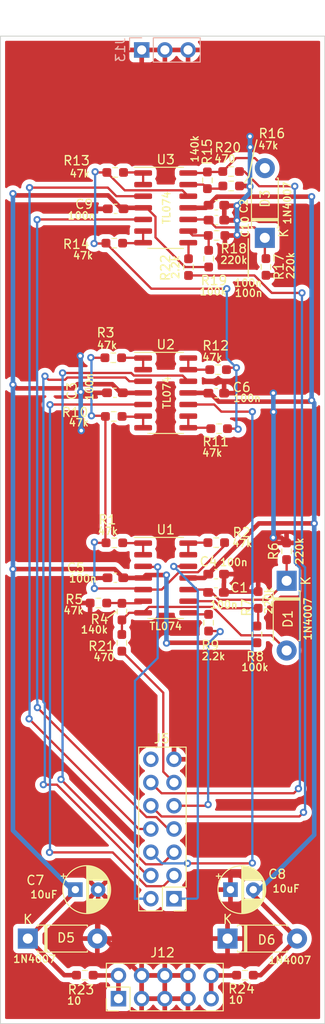
<source format=kicad_pcb>
(kicad_pcb (version 20211014) (generator pcbnew)
  (layers (0 "F.Cu" signal) (31 "B.Cu" signal) (34 "B.Paste" user) (35 "F.Paste" user) (36 "B.SilkS" user "B.Silkscreen") (37 "F.SilkS" user "F.Silkscreen") (38 "B.Mask" user) (39 "F.Mask" user) (44 "Edge.Cuts" user))
  (net 0 "")
  (net 1 "Net-(C1-Pad1)")
  (net 2 "GND")
  (net 3 "Net-(C2-Pad1)")
  (net 4 "+12V")
  (net 5 "-12V")
  (net 6 "Net-(D1-Pad2)")
  (net 7 "/LEDA")
  (net 8 "Net-(D3-Pad2)")
  (net 9 "/LEDB")
  (net 10 "/OUT_A")
  (net 11 "/IN_A2")
  (net 12 "/IN_A1")
  (net 13 "/IN_A4")
  (net 14 "/IN_A3")
  (net 15 "/IN_B2")
  (net 16 "/IN_B1")
  (net 17 "/IN_B4")
  (net 18 "/IN_B3")
  (net 19 "/OUT_B")
  (net 20 "Net-(R1-Pad1)")
  (net 21 "Net-(R1-Pad2)")
  (net 22 "Net-(R2-Pad1)")
  (net 23 "Net-(R3-Pad1)")
  (net 24 "Net-(R4-Pad1)")
  (net 25 "Net-(R7-Pad2)")
  (net 26 "Net-(R9-Pad1)")
  (net 27 "Net-(R10-Pad1)")
  (net 28 "Net-(R11-Pad1)")
  (net 29 "Net-(R11-Pad2)")
  (net 30 "Net-(R12-Pad1)")
  (net 31 "Net-(R13-Pad1)")
  (net 32 "Net-(R14-Pad1)")
  (net 33 "Net-(R15-Pad1)")
  (net 34 "Net-(R18-Pad2)")
  (net 35 "Net-(R22-Pad1)")
  (net 36 "Net-(J12-Pad1)")
  (net 37 "Net-(J12-Pad10)")
  (footprint "Resistor_SMD:R_0603_1608Metric_Pad0.98x0.95mm_HandSolder" (layer "F.Cu") (at 88.1 53.95)
    (fp_text reference "R20")
    (fp_text value "470")
  )
  (footprint "Resistor_SMD:R_0603_1608Metric_Pad0.98x0.95mm_HandSolder" (layer "F.Cu") (at 75.23 80.72 180)
    (fp_text reference "R10")
    (fp_text value "47k")
  )
  (footprint "Capacitor_THT:CP_Radial_D5.0mm_P2.50mm" (layer "F.Cu") (at 71.02 132.45)
    (fp_text reference "C7")
    (fp_text value "10uF")
  )
  (footprint "Diode_THT:D_DO-41_SOD81_P7.62mm_Horizontal" (layer "F.Cu") (at 94.19 98.69 -90)
    (fp_text reference "D1")
    (fp_text value "1N4007")
  )
  (footprint "Resistor_SMD:R_0603_1608Metric_Pad0.98x0.95mm_HandSolder" (layer "F.Cu") (at 88.11 55.53 180)
    (fp_text reference "R16")
    (fp_text value "47k")
  )
  (footprint "Capacitor_THT:CP_Radial_D5.0mm_P2.50mm" (layer "F.Cu") (at 88.03 132.45)
    (fp_text reference "C8")
    (fp_text value "10uF")
  )
  (footprint "Capacitor_SMD:C_0603_1608Metric_Pad1.08x0.95mm_HandSolder" (layer "F.Cu") (at 75.41 98.36 180)
    (fp_text reference "C5")
    (fp_text value "100n")
  )
  (footprint "Capacitor_SMD:C_0603_1608Metric_Pad1.08x0.95mm_HandSolder" (layer "F.Cu") (at 86.47 78.18 180)
    (fp_text reference "C6")
    (fp_text value "100n")
  )
  (footprint "Resistor_SMD:R_0603_1608Metric_Pad0.98x0.95mm_HandSolder" (layer "F.Cu") (at 85.63 103.27 -90)
    (fp_text reference "R9")
    (fp_text value "2.2k")
  )
  (footprint "Diode_THT:D_DO-41_SOD81_P7.62mm_Horizontal" (layer "F.Cu") (at 91.8 61.2 90)
    (fp_text reference "D3")
    (fp_text value "1N4007")
  )
  (footprint "Resistor_SMD:R_0603_1608Metric_Pad0.98x0.95mm_HandSolder" (layer "F.Cu") (at 83.43 64.4 -90)
    (fp_text reference "R22")
    (fp_text value "2.2k")
  )
  (footprint "Resistor_SMD:R_0603_1608Metric_Pad0.98x0.95mm_HandSolder" (layer "F.Cu") (at 76.12 105.47 -90)
    (fp_text reference "R21")
    (fp_text value "470")
  )
  (footprint "Resistor_SMD:R_0603_1608Metric_Pad0.98x0.95mm_HandSolder" (layer "F.Cu") (at 75.3 94.54 180)
    (fp_text reference "R1")
    (fp_text value "47k")
  )
  (footprint "Resistor_SMD:R_0603_1608Metric_Pad0.98x0.95mm_HandSolder" (layer "F.Cu") (at 89.620225 141.8)
    (fp_text reference "R24")
    (fp_text value "10")
  )
  (footprint "Resistor_SMD:R_0603_1608Metric_Pad0.98x0.95mm_HandSolder" (layer "F.Cu") (at 86.51 60.94 180)
    (fp_text reference "R18")
    (fp_text value "220k")
  )
  (footprint "Connector_PinHeader_2.54mm:PinHeader_2x05_P2.54mm_Vertical" (layer "F.Cu") (at 75.75 144.37 90)
    (fp_text reference "J12")
    (fp_text value "Conn_02x05_Odd_Even")
  )
  (footprint "Resistor_SMD:R_0603_1608Metric_Pad0.98x0.95mm_HandSolder" (layer "F.Cu") (at 72.059775 141.8)
    (fp_text reference "R23")
    (fp_text value "10")
  )
  (footprint "Resistor_SMD:R_0603_1608Metric_Pad0.98x0.95mm_HandSolder" (layer "F.Cu") (at 86.79 82.06)
    (fp_text reference "R11")
    (fp_text value "47k")
  )
  (footprint "Resistor_SMD:R_0603_1608Metric_Pad0.98x0.95mm_HandSolder" (layer "F.Cu") (at 91.92 64.38 -90)
    (fp_text reference "R17")
    (fp_text value "220k")
  )
  (footprint "Resistor_SMD:R_0603_1608Metric_Pad0.98x0.95mm_HandSolder" (layer "F.Cu") (at 76.13 102.06 -90)
    (fp_text reference "R4")
    (fp_text value "140k")
  )
  (footprint "Resistor_SMD:R_0603_1608Metric_Pad0.98x0.95mm_HandSolder" (layer "F.Cu") (at 91.07 100.78 -90)
    (fp_text reference "R7")
    (fp_text value "220k")
  )
  (footprint "Package_SO:SO-14_3.9x8.65mm_P1.27mm" (layer "F.Cu") (at 80.93 78.15)
    (fp_text reference "U2")
    (fp_text value "TL074")
  )
  (footprint "Connector_PinHeader_2.54mm:PinHeader_2x07_P2.54mm_Vertical" (layer "F.Cu") (at 81.84 133.44 180)
    (fp_text reference "J5")
    (fp_text value "Conn_02x07_Odd_Even")
  )
  (footprint "Capacitor_SMD:C_0603_1608Metric_Pad1.08x0.95mm_HandSolder" (layer "F.Cu") (at 86.46 97.96 180)
    (fp_text reference "C4")
    (fp_text value "100n")
  )
  (footprint "Package_SO:SO-14_3.9x8.65mm_P1.27mm" (layer "F.Cu") (at 80.93 57.92)
    (fp_text reference "U3")
    (fp_text value "TL074")
  )
  (footprint "Capacitor_SMD:C_0603_1608Metric_Pad1.08x0.95mm_HandSolder" (layer "F.Cu") (at 86.49 59.26)
    (fp_text reference "C2")
    (fp_text value "100n")
  )
  (footprint "Capacitor_SMD:C_0603_1608Metric_Pad1.08x0.95mm_HandSolder" (layer "F.Cu") (at 75.44 58.03 180)
    (fp_text reference "C9")
    (fp_text value "100n")
  )
  (footprint "Resistor_SMD:R_0603_1608Metric_Pad0.98x0.95mm_HandSolder" (layer "F.Cu") (at 90.94 104.55 90)
    (fp_text reference "R8")
    (fp_text value "100k")
  )
  (footprint "Resistor_SMD:R_0603_1608Metric_Pad0.98x0.95mm_HandSolder" (layer "F.Cu") (at 75.39 54.05 180)
    (fp_text reference "R13")
    (fp_text value "47k")
  )
  (footprint "Package_SO:SO-14_3.9x8.65mm_P1.27mm" (layer "F.Cu") (at 80.93 98.38)
    (fp_text reference "U1")
    (fp_text value "TL074")
  )
  (footprint "Resistor_SMD:R_0603_1608Metric_Pad0.98x0.95mm_HandSolder" (layer "F.Cu") (at 73.55 101.12)
    (fp_text reference "R5")
    (fp_text value "47k")
  )
  (footprint "Resistor_SMD:R_0603_1608Metric_Pad0.98x0.95mm_HandSolder" (layer "F.Cu") (at 75.29 61.78 180)
    (fp_text reference "R14")
    (fp_text value "47k")
  )
  (footprint "Capacitor_SMD:C_0603_1608Metric_Pad1.08x0.95mm_HandSolder" (layer "F.Cu") (at 86.49 57.63 180)
    (fp_text reference "C10")
    (fp_text value "100n")
  )
  (footprint "Resistor_SMD:R_0603_1608Metric_Pad0.98x0.95mm_HandSolder" (layer "F.Cu") (at 75.18 74.31 180)
    (fp_text reference "R3")
    (fp_text value "47k")
  )
  (footprint "Resistor_SMD:R_0603_1608Metric_Pad0.98x0.95mm_HandSolder" (layer "F.Cu") (at 85.64 63.48 90)
    (fp_text reference "R19")
    (fp_text value "100k")
  )
  (footprint "Resistor_SMD:R_0603_1608Metric_Pad0.98x0.95mm_HandSolder" (layer "F.Cu") (at 86.68 75.61)
    (fp_text reference "R12")
    (fp_text value "47k")
  )
  (footprint "Capacitor_SMD:C_0603_1608Metric_Pad1.08x0.95mm_HandSolder" (layer "F.Cu") (at 86.44 99.96)
    (fp_text reference "C1")
    (fp_text value "100n")
  )
  (footprint "Diode_THT:D_DO-41_SOD81_P7.62mm_Horizontal" (layer "F.Cu") (at 87.71 137.8)
    (fp_text reference "D6")
    (fp_text value "1N4007")
  )
  (footprint "Resistor_SMD:R_0603_1608Metric_Pad0.98x0.95mm_HandSolder" (layer "F.Cu") (at 94.18 95.46 90)
    (fp_text reference "R6")
    (fp_text value "220k")
  )
  (footprint "Diode_THT:D_DO-41_SOD81_P7.62mm_Horizontal" (layer "F.Cu") (at 65.81 137.8)
    (fp_text reference "D5")
    (fp_text value "1N4007")
  )
  (footprint "Resistor_SMD:R_0603_1608Metric_Pad0.98x0.95mm_HandSolder" (layer "F.Cu") (at 85.5 54.91 90)
    (fp_text reference "R15")
    (fp_text value "140k")
  )
  (footprint "Resistor_SMD:R_0603_1608Metric_Pad0.98x0.95mm_HandSolder" (layer "F.Cu") (at 86.47 94.52)
    (fp_text reference "R2")
    (fp_text value "47k")
  )
  (footprint "Capacitor_SMD:C_0603_1608Metric_Pad1.08x0.95mm_HandSolder" (layer "F.Cu") (at 75.36 78.14 180)
    (fp_text reference "C3")
    (fp_text value "100n")
  )
  (footprint "Connector_PinHeader_2.54mm:PinHeader_1x03_P2.54mm_Vertical" (layer "B.Cu") (at 78.3 40.660225 -90)
    (fp_text reference "J13")
    (fp_text value "Conn_01x03_Male")
  )
  (gr_line (start 74.57 102.73) (end 75.45 102.09) (layer "F.SilkS") (width 0.15))
  (gr_line (start 90.59 51.81) (end 90.04 54.54) (layer "F.SilkS") (width 0.15))
  (gr_line (start 89.98 61.3) (end 89.98 65.49) (layer "F.SilkS") (width 0.15))
  (gr_line (start 90.04 54.5) (end 89.58 55.18) (layer "F.SilkS") (width 0.15))
  (gr_line (start 90.93 50.5) (end 90.59 51.81) (layer "F.SilkS") (width 0.15))
  (gr_rect (start 62.81 147.1) (end 98.37 39.15) (layer "Edge.Cuts") (width 0.1) (fill none))
  (segment (start 85.2675 99.65) (end 85.5775 99.96) (width 0.25) (layer "F.Cu") (net 1))
  (segment (start 94.19 98.69) (end 92.12 100.76) (width 0.25) (layer "F.Cu") (net 1))
  (segment (start 86.769505 100.76) (end 85.969505 99.96) (width 0.25) (layer "F.Cu") (net 1))
  (segment (start 94.19 96.3825) (end 94.18 96.3725) (width 0.25) (layer "F.Cu") (net 1))
  (segment (start 83.405 99.65) (end 85.2675 99.65) (width 0.25) (layer "F.Cu") (net 1))
  (segment (start 85.969505 99.96) (end 85.5775 99.96) (width 0.25) (layer "F.Cu") (net 1))
  (segment (start 92.12 100.76) (end 86.769505 100.76) (width 0.25) (layer "F.Cu") (net 1))
  (segment (start 94.19 98.69) (end 94.19 96.3825) (width 0.25) (layer "F.Cu") (net 1))
  (segment (start 73.52 132.45) (end 73.52 137.71) (width 0.5) (layer "F.Cu") (net 2))
  (segment (start 87.3325 78.18) (end 92.72 78.18) (width 0.5) (layer "F.Cu") (net 2))
  (segment (start 74.26 137.8) (end 78.29 141.83) (width 0.5) (layer "F.Cu") (net 2))
  (segment (start 78.29 141.83) (end 80.83 141.83) (width 0.5) (layer "F.Cu") (net 2))
  (segment (start 88.75 57.69) (end 87.4125 57.69) (width 0.5) (layer "F.Cu") (net 2))
  (segment (start 89.0225 55.53) (end 90.12 55.53) (width 0.5) (layer "F.Cu") (net 2))
  (segment (start 80.83 144.37) (end 78.29 144.37) (width 0.5) (layer "F.Cu") (net 2))
  (segment (start 87.3925 59.3) (end 87.3525 59.26) (width 0.5) (layer "F.Cu") (net 2))
  (segment (start 87.4125 57.69) (end 87.3525 57.63) (width 0.5) (layer "F.Cu") (net 2))
  (segment (start 83.37 144.37) (end 80.83 144.37) (width 0.5) (layer "F.Cu") (net 2))
  (segment (start 71.7 78.14) (end 71.61 78.05) (width 0.5) (layer "F.Cu") (net 2))
  (segment (start 90.12 55.53) (end 90.17 55.58) (width 0.5) (layer "F.Cu") (net 2))
  (segment (start 74.4975 78.14) (end 71.7 78.14) (width 0.5) (layer "F.Cu") (net 2))
  (segment (start 73.43 137.8) (end 74.26 137.8) (width 0.5) (layer "F.Cu") (net 2))
  (segment (start 83.37 141.83) (end 83.37 144.37) (width 0.5) (layer "F.Cu") (net 2))
  (segment (start 78.29 144.37) (end 78.29 141.83) (width 0.5) (layer "F.Cu") (net 2))
  (segment (start 73.52 137.71) (end 73.43 137.8) (width 0.5) (layer "F.Cu") (net 2))
  (segment (start 88.75 59.3) (end 87.3925 59.3) (width 0.5) (layer "F.Cu") (net 2))
  (segment (start 87.4225 60.94) (end 88.7 60.94) (width 0.5) (layer "F.Cu") (net 2))
  (segment (start 80.83 141.83) (end 83.37 141.83) (width 0.5) (layer "F.Cu") (net 2))
  (segment (start 92.72 93.97) (end 93.6025 93.97) (width 0.5) (layer "F.Cu") (net 2))
  (segment (start 92.72 78.18) (end 92.73 78.17) (width 0.5) (layer "F.Cu") (net 2))
  (segment (start 93.6025 93.97) (end 94.18 94.5475) (width 0.5) (layer "F.Cu") (net 2))
  (segment (start 88.7 60.94) (end 88.76 60.88) (width 0.5) (layer "F.Cu") (net 2))
  (via (at 92.72 93.97) (size 0.8) (drill 0.4) (layers "F.Cu" "B.Cu") (net 2))
  (via (at 88.75 59.3) (size 0.8) (drill 0.4) (layers "F.Cu" "B.Cu") (net 2))
  (via (at 71.56 74.1) (size 0.8) (drill 0.4) (layers "F.Cu" "B.Cu") (net 2))
  (via (at 90.17 50.11) (size 0.8) (drill 0.4) (layers "F.Cu" "B.Cu") (net 2))
  (via (at 90.19 51.29) (size 0.8) (drill 0.4) (layers "F.Cu" "B.Cu") (net 2))
  (via (at 71.61 78.05) (size 0.8) (drill 0.4) (layers "F.Cu" "B.Cu") (net 2))
  (via (at 92.73 78.17) (size 0.8) (drill 0.4) (layers "F.Cu" "B.Cu") (net 2))
  (via (at 71.67 82.27) (size 0.8) (drill 0.4) (layers "F.Cu" "B.Cu") (net 2))
  (via (at 92.75 80.23) (size 0.8) (drill 0.4) (layers "F.Cu" "B.Cu") (net 2))
  (via (at 88.75 57.69) (size 0.8) (drill 0.4) (layers "F.Cu" "B.Cu") (net 2))
  (via (at 88.76 60.88) (size 0.8) (drill 0.4) (layers "F.Cu" "B.Cu") (net 2))
  (via (at 90.17 55.58) (size 0.8) (drill 0.4) (layers "F.Cu" "B.Cu") (net 2))
  (segment (start 71.61 74.15) (end 71.56 74.1) (width 0.5) (layer "B.Cu") (net 2))
  (segment (start 88.76 60.88) (end 88.76 59.31) (width 0.5) (layer "B.Cu") (net 2))
  (segment (start 90.17 55.58) (end 90.17 51.31) (width 0.5) (layer "B.Cu") (net 2))
  (segment (start 90.17 51.31) (end 90.19 51.29) (width 0.5) (layer "B.Cu") (net 2))
  (segment (start 90.19 51.29) (end 90.17 51.27) (width 0.5) (layer "B.Cu") (net 2))
  (segment (start 90.17 55.58) (end 90.17 56.27) (width 0.5) (layer "B.Cu") (net 2))
  (segment (start 92.75 93.94) (end 92.72 93.97) (width 0.5) (layer "B.Cu") (net 2))
  (segment (start 71.61 82.21) (end 71.67 82.27) (width 0.5) (layer "B.Cu") (net 2))
  (segment (start 88.76 59.31) (end 88.75 59.3) (width 0.5) (layer "B.Cu") (net 2))
  (segment (start 90.17 56.27) (end 88.75 57.69) (width 0.5) (layer "B.Cu") (net 2))
  (segment (start 92.75 80.23) (end 92.75 93.94) (width 0.5) (layer "B.Cu") (net 2))
  (segment (start 90.17 51.27) (end 90.17 50.11) (width 0.5) (layer "B.Cu") (net 2))
  (segment (start 88.75 59.3) (end 88.75 57.69) (width 0.5) (layer "B.Cu") (net 2))
  (segment (start 92.73 78.17) (end 92.73 80.21) (width 0.5) (layer "B.Cu") (net 2))
  (segment (start 71.61 78.05) (end 71.61 74.15) (width 0.5) (layer "B.Cu") (net 2))
  (segment (start 71.61 78.05) (end 71.61 82.21) (width 0.5) (layer "B.Cu") (net 2))
  (segment (start 92.73 80.21) (end 92.75 80.23) (width 0.5) (layer "B.Cu") (net 2))
  (segment (start 85.6275 59.26) (end 86.4275 60.06) (width 0.25) (layer "F.Cu") (net 3))
  (segment (start 83.405 59.19) (end 85.5575 59.19) (width 0.25) (layer "F.Cu") (net 3))
  (segment (start 85.5575 59.19) (end 85.6275 59.26) (width 0.25) (layer "F.Cu") (net 3))
  (segment (start 91.8 61.2) (end 91.8 63.3475) (width 0.25) (layer "F.Cu") (net 3))
  (segment (start 91.8 63.3475) (end 91.92 63.4675) (width 0.25) (layer "F.Cu") (net 3))
  (segment (start 90.66 60.06) (end 91.8 61.2) (width 0.25) (layer "F.Cu") (net 3))
  (segment (start 86.4275 60.06) (end 90.66 60.06) (width 0.25) (layer "F.Cu") (net 3))
  (segment (start 75.067772 77.2005) (end 71.258125 77.2005) (width 0.5) (layer "F.Cu") (net 4))
  (segment (start 76.2225 78.14) (end 76.007272 78.14) (width 0.5) (layer "F.Cu") (net 4))
  (segment (start 74.616772 56.5595) (end 64.3695 56.5595) (width 0.5) (layer "F.Cu") (net 4))
  (segment (start 76.007272 78.14) (end 75.067772 77.2005) (width 0.5) (layer "F.Cu") (net 4))
  (segment (start 76.087272 58.03) (end 74.616772 56.5595) (width 0.5) (layer "F.Cu") (net 4))
  (segment (start 71.02 132.45) (end 71.02 132.59) (width 0.5) (layer "F.Cu") (net 4))
  (segment (start 78.455 98.38) (end 76.2925 98.38) (width 0.5) (layer "F.Cu") (net 4))
  (segment (start 78.831751 57.92) (end 79.81 58.898249) (width 0.25) (layer "F.Cu") (net 4))
  (segment (start 78.455 57.92) (end 78.831751 57.92) (width 0.25) (layer "F.Cu") (net 4))
  (segment (start 76.4125 57.92) (end 76.3025 58.03) (width 0.5) (layer "F.Cu") (net 4))
  (segment (start 78.775 98.06) (end 78.455 98.38) (width 0.5) (layer "F.Cu") (net 4))
  (segment (start 75.3225 97.41) (end 64.18 97.41) (width 0.5) (layer "F.Cu") (net 4))
  (segment (start 83.052005 64.3925) (end 85.64 64.3925) (width 0.25) (layer "F.Cu") (net 4))
  (segment (start 69.81 141.8) (end 65.81 137.8) (width 0.5) (layer "F.Cu") (net 4))
  (segment (start 79.81 58.898249) (end 79.81 61.150495) (width 0.25) (layer "F.Cu") (net 4))
  (segment (start 81.01 98.06) (end 78.775 98.06) (width 0.5) (layer "F.Cu") (net 4))
  (segment (start 90.94 105.4625) (end 81.0575 105.4625) (width 0.5) (layer "F.Cu") (net 4))
  (segment (start 76.2925 98.38) (end 76.2725 98.36) (width 0.5) (layer "F.Cu") (net 4))
  (segment (start 78.455 57.92) (end 76.4125 57.92) (width 0.5) (layer "F.Cu") (net 4))
  (segment (start 76.3025 58.03) (end 76.087272 58.03) (width 0.5) (layer "F.Cu") (net 4))
  (segment (start 79.81 61.150495) (end 83.052005 64.3925) (width 0.25) (layer "F.Cu") (net 4))
  (segment (start 78.455 78.15) (end 76.2325 78.15) (width 0.5) (layer "F.Cu") (net 4))
  (segment (start 71.02 132.59) (end 65.81 137.8) (width 0.5) (layer "F.Cu") (net 4))
  (segment (start 64.3695 56.5595) (end 64.18 56.37) (width 0.5) (layer "F.Cu") (net 4))
  (segment (start 64.584501 77.654501) (end 64.18 77.25) (width 0.5) (layer "F.Cu") (net 4))
  (segment (start 81.0575 105.4625) (end 81.02 105.5) (width 0.5) (layer "F.Cu") (net 4))
  (segment (start 71.147275 141.8) (end 69.81 141.8) (width 0.5) (layer "F.Cu") (net 4))
  (segment (start 70.804124 77.654501) (end 64.584501 77.654501) (width 0.5) (layer "F.Cu") (net 4))
  (segment (start 71.258125 77.2005) (end 70.804124 77.654501) (width 0.5) (layer "F.Cu") (net 4))
  (segment (start 76.2325 78.15) (end 76.2225 78.14) (width 0.5) (layer "F.Cu") (net 4))
  (segment (start 76.2725 98.36) (end 75.3225 97.41) (width 0.5) (layer "F.Cu") (net 4))
  (via (at 64.18 97.41) (size 0.8) (drill 0.4) (layers "F.Cu" "B.Cu") (net 4))
  (via (at 64.18 77.25) (size 0.8) (drill 0.4) (layers "F.Cu" "B.Cu") (net 4))
  (via (at 81.01 98.06) (size 0.8) (drill 0.4) (layers "F.Cu" "B.Cu") (net 4))
  (via (at 81.02 105.5) (size 0.8) (drill 0.4) (layers "F.Cu" "B.Cu") (net 4))
  (via (at 64.18 56.37) (size 0.8) (drill 0.4) (layers "F.Cu" "B.Cu") (net 4))
  (segment (start 81.02 105.5) (end 81.01 105.49) (width 0.5) (layer "B.Cu") (net 4))
  (segment (start 70.65 132.45) (end 71.02 132.45) (width 0.5) (layer "B.Cu") (net 4))
  (segment (start 81.01 105.49) (end 81.01 98.06) (width 0.5) (layer "B.Cu") (net 4))
  (segment (start 64.18 125.98) (end 70.65 132.45) (width 0.5) (layer "B.Cu") (net 4))
  (segment (start 64.18 97.41) (end 64.18 125.98) (width 0.5) (layer "B.Cu") (net 4))
  (segment (start 64.18 77.25) (end 64.18 97.41) (width 0.5) (layer "B.Cu") (net 4))
  (segment (start 64.18 56.37) (end 64.18 77.25) (width 0.5) (layer "B.Cu") (net 4))
  (segment (start 85.5775 78.15) (end 85.6075 78.18) (width 0.5) (layer "F.Cu") (net 5))
  (segment (start 95.33 137.8) (end 90.53 133) (width 0.5) (layer "F.Cu") (net 5))
  (segment (start 85.6075 78.18) (end 85.822727 78.18) (width 0.5) (layer "F.Cu") (net 5))
  (segment (start 85.1775 98.38) (end 85.5975 97.96) (width 0.5) (layer "F.Cu") (net 5))
  (segment (start 91.142001 92.415499) (end 97.214501 92.415499) (width 0.5) (layer "F.Cu") (net 5))
  (segment (start 90.53 133) (end 90.53 132.45) (width 0.5) (layer "F.Cu") (net 5))
  (segment (start 83.405 78.15) (end 85.5775 78.15) (width 0.5) (layer "F.Cu") (net 5))
  (segment (start 83.405 57.92) (end 85.3375 57.92) (width 0.5) (layer "F.Cu") (net 5))
  (segment (start 85.6275 57.63) (end 86.5575 56.7) (width 0.5) (layer "F.Cu") (net 5))
  (segment (start 86.747727 79.105) (end 96.795 79.105) (width 0.5) (layer "F.Cu") (net 5))
  (segment (start 90.532725 141.8) (end 91.33 141.8) (width 0.5) (layer "F.Cu") (net 5))
  (segment (start 96.795 79.105) (end 96.93 78.97) (width 0.5) (layer "F.Cu") (net 5))
  (segment (start 91.33 141.8) (end 95.33 137.8) (width 0.5) (layer "F.Cu") (net 5))
  (segment (start 85.5975 97.96) (end 91.142001 92.415499) (width 0.5) (layer "F.Cu") (net 5))
  (segment (start 85.3375 57.92) (end 85.6275 57.63) (width 0.5) (layer "F.Cu") (net 5))
  (segment (start 86.5575 56.7) (end 96.93 56.7) (width 0.5) (layer "F.Cu") (net 5))
  (segment (start 85.822727 78.18) (end 86.747727 79.105) (width 0.5) (layer "F.Cu") (net 5))
  (segment (start 83.405 98.38) (end 85.1775 98.38) (width 0.5) (layer "F.Cu") (net 5))
  (via (at 97.214501 92.415499) (size 0.8) (drill 0.4) (layers "F.Cu" "B.Cu") (net 5))
  (via (at 96.93 56.7) (size 0.8) (drill 0.4) (layers "F.Cu" "B.Cu") (net 5))
  (via (at 96.93 78.97) (size 0.8) (drill 0.4) (layers "F.Cu" "B.Cu") (net 5))
  (segment (start 97.214501 126.465499) (end 90.53 133.15) (width 0.5) (layer "B.Cu") (net 5))
  (segment (start 96.93 56.7) (end 96.93 78.97) (width 0.5) (layer "B.Cu") (net 5))
  (segment (start 97.214501 79.254501) (end 97.214501 92.415499) (width 0.5) (layer "B.Cu") (net 5))
  (segment (start 96.93 78.97) (end 97.214501 79.254501) (width 0.5) (layer "B.Cu") (net 5))
  (segment (start 97.214501 92.415499) (end 97.214501 126.465499) (width 0.5) (layer "B.Cu") (net 5))
  (segment (start 76.9125 102.19) (end 76.13 102.9725) (width 0.25) (layer "F.Cu") (net 6))
  (segment (start 86.100495 101.545) (end 89.205495 104.65) (width 0.25) (layer "F.Cu") (net 6))
  (segment (start 76.13 104.5475) (end 76.12 104.5575) (width 0.25) (layer "F.Cu") (net 6))
  (segment (start 92.53 104.65) (end 94.19 106.31) (width 0.25) (layer "F.Cu") (net 6))
  (segment (start 76.13 102.9725) (end 76.13 104.5475) (width 0.25) (layer "F.Cu") (net 6))
  (segment (start 89.205495 104.65) (end 92.53 104.65) (width 0.25) (layer "F.Cu") (net 6))
  (segment (start 78.455 102.19) (end 76.9125 102.19) (width 0.25) (layer "F.Cu") (net 6))
  (segment (start 79.1 101.545) (end 86.100495 101.545) (width 0.25) (layer "F.Cu") (net 6))
  (segment (start 78.455 102.19) (end 79.1 101.545) (width 0.25) (layer "F.Cu") (net 6))
  (segment (start 86.8425 104.1825) (end 86.9 104.24) (width 0.25) (layer "F.Cu") (net 7))
  (segment (start 85.63 104.1825) (end 86.8425 104.1825) (width 0.25) (layer "F.Cu") (net 7))
  (segment (start 85.45 123.28) (end 85.58 123.15) (width 0.25) (layer "F.Cu") (net 7))
  (segment (start 81.84 123.28) (end 85.45 123.28) (width 0.25) (layer "F.Cu") (net 7))
  (via (at 86.9 104.24) (size 0.8) (drill 0.4) (layers "F.Cu" "B.Cu") (net 7))
  (via (at 85.58 123.15) (size 0.8) (drill 0.4) (layers "F.Cu" "B.Cu") (net 7))
  (segment (start 85.58 105.56) (end 85.58 123.15) (width 0.25) (layer "B.Cu") (net 7))
  (segment (start 86.9 104.24) (end 85.58 105.56) (width 0.25) (layer "B.Cu") (net 7))
  (segment (start 87.14 53.9975) (end 87.1875 53.95) (width 0.25) (layer "F.Cu") (net 8))
  (segment (start 87.1875 53.95) (end 88.657499 52.480001) (width 0.25) (layer "F.Cu") (net 8))
  (segment (start 90.700001 52.480001) (end 91.8 53.58) (width 0.25) (layer "F.Cu") (net 8))
  (segment (start 85.5 53.9975) (end 87.14 53.9975) (width 0.25) (layer "F.Cu") (net 8))
  (segment (start 83.405 54.11) (end 85.3875 54.11) (width 0.25) (layer "F.Cu") (net 8))
  (segment (start 85.3875 54.11) (end 85.5 53.9975) (width 0.25) (layer "F.Cu") (net 8))
  (segment (start 88.657499 52.480001) (end 90.700001 52.480001) (width 0.25) (layer "F.Cu") (net 8))
  (segment (start 92.564505 67.22) (end 95.87 67.22) (width 0.25) (layer "F.Cu") (net 9))
  (segment (start 96.04 124) (end 95.585 124.455) (width 0.25) (layer "F.Cu") (net 9))
  (segment (start 83.43 65.3125) (end 90.657005 65.3125) (width 0.25) (layer "F.Cu") (net 9))
  (segment (start 95.585 124.455) (end 80.475 124.455) (width 0.25) (layer "F.Cu") (net 9))
  (segment (start 80.475 124.455) (end 79.3 123.28) (width 0.25) (layer "F.Cu") (net 9))
  (segment (start 90.657005 65.3125) (end 92.564505 67.22) (width 0.25) (layer "F.Cu") (net 9))
  (via (at 95.87 67.22) (size 0.8) (drill 0.4) (layers "F.Cu" "B.Cu") (net 9))
  (via (at 96.04 124) (size 0.8) (drill 0.4) (layers "F.Cu" "B.Cu") (net 9))
  (segment (start 96.209501 97.223811) (end 96.209501 110.5722) (width 0.25) (layer "B.Cu") (net 9))
  (segment (start 95.87 67.22) (end 95.87 96.88431) (width 0.25) (layer "B.Cu") (net 9))
  (segment (start 95.87 96.88431) (end 96.209501 97.223811) (width 0.25) (layer "B.Cu") (net 9))
  (segment (start 96.209501 123.830499) (end 96.04 124) (width 0.25) (layer "B.Cu") (net 9))
  (segment (start 96.209501 110.5722) (end 96.209501 123.830499) (width 0.25) (layer "B.Cu") (net 9))
  (segment (start 81.84 120.74) (end 80.665 119.565) (width 0.25) (layer "F.Cu") (net 10))
  (segment (start 80.665 110.9275) (end 76.12 106.3825) (width 0.25) (layer "F.Cu") (net 10))
  (segment (start 80.665 119.565) (end 80.665 110.9275) (width 0.25) (layer "F.Cu") (net 10))
  (segment (start 83.405 97.11) (end 81.82 97.11) (width 0.25) (layer "F.Cu") (net 11))
  (segment (start 81.82 97.11) (end 81.81 97.12) (width 0.25) (layer "F.Cu") (net 11))
  (via (at 81.81 97.12) (size 0.8) (drill 0.4) (layers "F.Cu" "B.Cu") (net 11))
  (segment (start 84.33 133.44) (end 81.84 133.44) (width 0.25) (layer "B.Cu") (net 11))
  (segment (start 81.81 97.12) (end 84.45 99.76) (width 0.25) (layer "B.Cu") (net 11))
  (segment (start 84.45 133.32) (end 84.33 133.44) (width 0.25) (layer "B.Cu") (net 11))
  (segment (start 84.45 99.76) (end 84.45 133.32) (width 0.25) (layer "B.Cu") (net 11))
  (segment (start 78.515 97.17) (end 78.455 97.11) (width 0.25) (layer "F.Cu") (net 12))
  (segment (start 80.05 97.17) (end 78.515 97.17) (width 0.25) (layer "F.Cu") (net 12))
  (via (at 80.05 97.17) (size 0.8) (drill 0.4) (layers "F.Cu" "B.Cu") (net 12))
  (segment (start 77.56 109.62) (end 77.56 133.47) (width 0.25) (layer "B.Cu") (net 12))
  (segment (start 80.05 107.13) (end 77.56 109.62) (width 0.25) (layer "B.Cu") (net 12))
  (segment (start 77.56 133.47) (end 77.59 133.44) (width 0.25) (layer "B.Cu") (net 12))
  (segment (start 77.59 133.44) (end 79.3 133.44) (width 0.25) (layer "B.Cu") (net 12))
  (segment (start 80.05 97.17) (end 80.05 107.13) (width 0.25) (layer "B.Cu") (net 12))
  (segment (start 68.26 79.42) (end 68.24 79.44) (width 0.25) (layer "F.Cu") (net 13))
  (segment (start 80.665 132.075) (end 81.84 130.9) (width 0.25) (layer "F.Cu") (net 13))
  (segment (start 68.19 128.38) (end 75.118299 128.38) (width 0.25) (layer "F.Cu") (net 13))
  (segment (start 78.813299 132.075) (end 80.665 132.075) (width 0.25) (layer "F.Cu") (net 13))
  (segment (start 75.118299 128.38) (end 78.813299 132.075) (width 0.25) (layer "F.Cu") (net 13))
  (segment (start 78.455 79.42) (end 68.26 79.42) (width 0.25) (layer "F.Cu") (net 13))
  (via (at 68.24 79.44) (size 0.8) (drill 0.4) (layers "F.Cu" "B.Cu") (net 13))
  (via (at 68.19 128.38) (size 0.8) (drill 0.4) (layers "F.Cu" "B.Cu") (net 13))
  (segment (start 68.24 79.44) (end 68.24 128.33) (width 0.25) (layer "B.Cu") (net 13))
  (segment (start 68.24 128.33) (end 68.19 128.38) (width 0.25) (layer "B.Cu") (net 13))
  (segment (start 78.925402 130.9) (end 69.000428 120.975026) (width 0.25) (layer "F.Cu") (net 14))
  (segment (start 76.525191 76.469501) (end 70.145097 76.469501) (width 0.25) (layer "F.Cu") (net 14))
  (segment (start 78.455 76.88) (end 76.93569 76.88) (width 0.25) (layer "F.Cu") (net 14))
  (segment (start 68.0845 76.7145) (end 67.69 76.32) (width 0.25) (layer "F.Cu") (net 14))
  (segment (start 76.93569 76.88) (end 76.525191 76.469501) (width 0.25) (layer "F.Cu") (net 14))
  (segment (start 69.000428 120.975026) (end 67.5155 120.975026) (width 0.25) (layer "F.Cu") (net 14))
  (segment (start 69.900098 76.7145) (end 68.0845 76.7145) (width 0.25) (layer "F.Cu") (net 14))
  (segment (start 70.145097 76.469501) (end 69.900098 76.7145) (width 0.25) (layer "F.Cu") (net 14))
  (segment (start 79.3 130.9) (end 78.925402 130.9) (width 0.25) (layer "F.Cu") (net 14))
  (via (at 67.69 76.32) (size 0.8) (drill 0.4) (layers "F.Cu" "B.Cu") (net 14))
  (via (at 67.5155 120.975026) (size 0.8) (drill 0.4) (layers "F.Cu" "B.Cu") (net 14))
  (segment (start 67.5155 76.4945) (end 67.5155 111.93119) (width 0.25) (layer "B.Cu") (net 14))
  (segment (start 67.67426 112.08995) (end 67.67426 120.816266) (width 0.25) (layer "B.Cu") (net 14))
  (segment (start 67.5155 111.93119) (end 67.67426 112.08995) (width 0.25) (layer "B.Cu") (net 14))
  (segment (start 67.69 76.32) (end 67.5155 76.4945) (width 0.25) (layer "B.Cu") (net 14))
  (segment (start 67.67426 120.816266) (end 67.5155 120.975026) (width 0.25) (layer "B.Cu") (net 14))
  (segment (start 77.148249 75.97) (end 69.62 75.97) (width 0.25) (layer "F.Cu") (net 15))
  (segment (start 83.405 76.88) (end 82.78 76.255) (width 0.25) (layer "F.Cu") (net 15))
  (segment (start 78.73 129.68) (end 80.52 129.68) (width 0.25) (layer "F.Cu") (net 15))
  (segment (start 82.78 76.255) (end 77.433249 76.255) (width 0.25) (layer "F.Cu") (net 15))
  (segment (start 80.52 129.68) (end 81.84 128.36) (width 0.25) (layer "F.Cu") (net 15))
  (segment (start 69.45 120.4) (end 78.73 129.68) (width 0.25) (layer "F.Cu") (net 15))
  (segment (start 77.433249 76.255) (end 77.148249 75.97) (width 0.25) (layer "F.Cu") (net 15))
  (via (at 69.45 120.4) (size 0.8) (drill 0.4) (layers "F.Cu" "B.Cu") (net 15))
  (via (at 69.62 75.97) (size 0.8) (drill 0.4) (layers "F.Cu" "B.Cu") (net 15))
  (segment (start 69.62 75.97) (end 69.62 120.23) (width 0.25) (layer "B.Cu") (net 15))
  (segment (start 69.62 120.23) (end 69.45 120.4) (width 0.25) (layer "B.Cu") (net 15))
  (segment (start 90.43 129.54) (end 90.39 129.58) (width 0.25) (layer "F.Cu") (net 16))
  (segment (start 86.25026 79.42) (end 87.03026 80.2) (width 0.25) (layer "F.Cu") (net 16))
  (segment (start 87.03026 80.2) (end 90.43 80.2) (width 0.25) (layer "F.Cu") (net 16))
  (segment (start 90.39 129.58) (end 83.32 129.58) (width 0.25) (layer "F.Cu") (net 16))
  (segment (start 83.405 79.42) (end 86.25026 79.42) (width 0.25) (layer "F.Cu") (net 16))
  (via (at 90.43 129.54) (size 0.8) (drill 0.4) (layers "F.Cu" "B.Cu") (net 16))
  (via (at 90.43 80.2) (size 0.8) (drill 0.4) (layers "F.Cu" "B.Cu") (net 16))
  (via (at 83.32 129.58) (size 0.8) (drill 0.4) (layers "F.Cu" "B.Cu") (net 16))
  (segment (start 90.43 111.37) (end 90.43 129.54) (width 0.25) (layer "B.Cu") (net 16))
  (segment (start 90.43 80.2) (end 90.43 111.37) (width 0.25) (layer "B.Cu") (net 16))
  (segment (start 80.52 129.58) (end 79.3 128.36) (width 0.25) (layer "B.Cu") (net 16))
  (segment (start 83.32 129.58) (end 80.52 129.58) (width 0.25) (layer "B.Cu") (net 16))
  (segment (start 66.86 112.55) (end 78.829501 124.519501) (width 0.25) (layer "F.Cu") (net 17))
  (segment (start 78.455 59.19) (end 66.85 59.19) (width 0.25) (layer "F.Cu") (net 17))
  (segment (start 66.85 59.19) (end 66.83 59.21) (width 0.25) (layer "F.Cu") (net 17))
  (segment (start 78.829501 124.519501) (end 79.903811 124.519501) (width 0.25) (layer "F.Cu") (net 17))
  (segment (start 79.903811 124.519501) (end 81.20431 125.82) (width 0.25) (layer "F.Cu") (net 17))
  (segment (start 81.20431 125.82) (end 81.84 125.82) (width 0.25) (layer "F.Cu") (net 17))
  (via (at 66.83 59.21) (size 0.8) (drill 0.4) (layers "F.Cu" "B.Cu") (net 17))
  (via (at 66.86 112.55) (size 0.8) (drill 0.4) (layers "F.Cu" "B.Cu") (net 17))
  (segment (start 66.83 111.79) (end 66.86 111.82) (width 0.25) (layer "B.Cu") (net 17))
  (segment (start 66.86 111.82) (end 66.86 112.501701) (width 0.25) (layer "B.Cu") (net 17))
  (segment (start 66.86 112.501701) (end 66.86 112.55) (width 0.25) (layer "B.Cu") (net 17))
  (segment (start 66.83 59.21) (end 66.83 111.79) (width 0.25) (layer "B.Cu") (net 17))
  (segment (start 78.455 56.65) (end 75.51974 56.65) (width 0.25) (layer "F.Cu") (net 18))
  (segment (start 74.57974 55.71) (end 66 55.71) (width 0.25) (layer "F.Cu") (net 18))
  (segment (start 75.51974 56.65) (end 74.57974 55.71) (width 0.25) (layer "F.Cu") (net 18))
  (segment (start 65.95 113.78) (end 77.99 125.82) (width 0.25) (layer "F.Cu") (net 18))
  (segment (start 77.99 125.82) (end 79.3 125.82) (width 0.25) (layer "F.Cu") (net 18))
  (via (at 65.95 113.78) (size 0.8) (drill 0.4) (layers "F.Cu" "B.Cu") (net 18))
  (via (at 66 55.71) (size 0.8) (drill 0.4) (layers "F.Cu" "B.Cu") (net 18))
  (segment (start 66 113.722081) (end 66 113.73) (width 0.25) (layer "B.Cu") (net 18))
  (segment (start 66 113.73) (end 65.95 113.78) (width 0.25) (layer "B.Cu") (net 18))
  (segment (start 66 55.71) (end 66 113.722081) (width 0.25) (layer "B.Cu") (net 18))
  (segment (start 91.174598 55.56) (end 95.08 55.56) (width 0.25) (layer "F.Cu") (net 19))
  (segment (start 94.979311 121.915) (end 95.485001 121.40931) (width 0.25) (layer "F.Cu") (net 19))
  (segment (start 89.564598 53.95) (end 91.174598 55.56) (width 0.25) (layer "F.Cu") (net 19))
  (segment (start 89.0125 53.95) (end 89.564598 53.95) (width 0.25) (layer "F.Cu") (net 19))
  (segment (start 80.475 121.915) (end 94.979311 121.915) (width 0.25) (layer "F.Cu") (net 19))
  (segment (start 79.3 120.74) (end 80.475 121.915) (width 0.25) (layer "F.Cu") (net 19))
  (via (at 95.485001 121.40931) (size 0.8) (drill 0.4) (layers "F.Cu" "B.Cu") (net 19))
  (via (at 95.08 55.56) (size 0.8) (drill 0.4) (layers "F.Cu" "B.Cu") (net 19))
  (segment (start 95.64 97.29) (end 95.64 121.254311) (width 0.25) (layer "B.Cu") (net 19))
  (segment (start 95.08 55.56) (end 95.08 96.73) (width 0.25) (layer "B.Cu") (net 19))
  (segment (start 95.08 96.73) (end 95.64 97.29) (width 0.25) (layer "B.Cu") (net 19))
  (segment (start 95.64 121.254311) (end 95.485001 121.40931) (width 0.25) (layer "B.Cu") (net 19))
  (segment (start 76.2425 94.57) (end 76.2125 94.54) (width 0.25) (layer "F.Cu") (net 20))
  (segment (start 78.455 95.84) (end 78.455 94.57) (width 0.25) (layer "F.Cu") (net 20))
  (segment (start 78.455 94.57) (end 76.2425 94.57) (width 0.25) (layer "F.Cu") (net 20))
  (segment (start 78.455 99.65) (end 80.488249 99.65) (width 0.25) (layer "F.Cu") (net 21))
  (segment (start 82.383249 97.755) (end 84.465 97.755) (width 0.25) (layer "F.Cu") (net 21))
  (segment (start 74.2675 74.31) (end 72.74 74.31) (width 0.25) (layer "F.Cu") (net 21))
  (segment (start 72.79 80.65) (end 74.2475 80.65) (width 0.25) (layer "F.Cu") (net 21))
  (segment (start 87.3825 94.8375) (end 87.3825 94.52) (width 0.25) (layer "F.Cu") (net 21))
  (segment (start 73.18 94.54) (end 73.11 94.47) (width 0.25) (layer "F.Cu") (net 21))
  (segment (start 72.74 74.31) (end 72.72 74.29) (width 0.25) (layer "F.Cu") (net 21))
  (segment (start 74.3175 80.72) (end 74.3175 94.47) (width 0.25) (layer "F.Cu") (net 21))
  (segment (start 73.11 99.53) (end 78.335 99.53) (width 0.25) (layer "F.Cu") (net 21))
  (segment (start 74.2475 80.65) (end 74.3175 80.72) (width 0.25) (layer "F.Cu") (net 21))
  (segment (start 80.488249 99.65) (end 82.383249 97.755) (width 0.25) (layer "F.Cu") (net 21))
  (segment (start 74.3175 94.47) (end 74.3875 94.54) (width 0.25) (layer "F.Cu") (net 21))
  (segment (start 78.335 99.53) (end 78.455 99.65) (width 0.25) (layer "F.Cu") (net 21))
  (segment (start 74.3875 94.54) (end 73.18 94.54) (width 0.25) (layer "F.Cu") (net 21))
  (segment (start 84.465 97.755) (end 87.3825 94.8375) (width 0.25) (layer "F.Cu") (net 21))
  (via (at 73.11 99.53) (size 0.8) (drill 0.4) (layers "F.Cu" "B.Cu") (net 21))
  (via (at 72.79 80.65) (size 0.8) (drill 0.4) (layers "F.Cu" "B.Cu") (net 21))
  (via (at 73.11 94.47) (size 0.8) (drill 0.4) (layers "F.Cu" "B.Cu") (net 21))
  (via (at 72.72 74.29) (size 0.8) (drill 0.4) (layers "F.Cu" "B.Cu") (net 21))
  (segment (start 72.79 74.36) (end 72.79 80.65) (width 0.25) (layer "B.Cu") (net 21))
  (segment (start 73.11 94.47) (end 73.11 99.53) (width 0.25) (layer "B.Cu") (net 21))
  (segment (start 72.72 74.29) (end 72.79 74.36) (width 0.25) (layer "B.Cu") (net 21))
  (segment (start 83.455 94.52) (end 83.405 94.57) (width 0.25) (layer "F.Cu") (net 22))
  (segment (start 85.5575 94.52) (end 83.455 94.52) (width 0.25) (layer "F.Cu") (net 22))
  (segment (start 83.405 94.57) (end 83.405 95.84) (width 0.25) (layer "F.Cu") (net 22))
  (segment (start 76.0925 74.31) (end 78.425 74.31) (width 0.25) (layer "F.Cu") (net 23))
  (segment (start 78.455 74.34) (end 78.455 75.61) (width 0.25) (layer "F.Cu") (net 23))
  (segment (start 78.425 74.31) (end 78.455 74.34) (width 0.25) (layer "F.Cu") (net 23))
  (segment (start 74.4625 101.12) (end 76.1025 101.12) (width 0.25) (layer "F.Cu") (net 24))
  (segment (start 78.2275 101.1475) (end 78.455 100.92) (width 0.25) (layer "F.Cu") (net 24))
  (segment (start 76.1025 101.12) (end 76.13 101.1475) (width 0.25) (layer "F.Cu") (net 24))
  (segment (start 76.13 101.1475) (end 78.2275 101.1475) (width 0.25) (layer "F.Cu") (net 24))
  (segment (start 87.066315 101.6925) (end 91.07 101.6925) (width 0.25) (layer "F.Cu") (net 25))
  (segment (start 86.293815 100.92) (end 87.066315 101.6925) (width 0.25) (layer "F.Cu") (net 25))
  (segment (start 91.07 101.6925) (end 91.07 103.5075) (width 0.25) (layer "F.Cu") (net 25))
  (segment (start 91.07 103.5075) (end 90.94 103.6375) (width 0.25) (layer "F.Cu") (net 25))
  (segment (start 83.405 100.92) (end 86.293815 100.92) (width 0.25) (layer "F.Cu") (net 25))
  (segment (start 85.63 102.3575) (end 83.5725 102.3575) (width 0.25) (layer "F.Cu") (net 26))
  (segment (start 83.5725 102.3575) (end 83.405 102.19) (width 0.25) (layer "F.Cu") (net 26))
  (segment (start 76.29 80.75) (end 78.395 80.75) (width 0.25) (layer "F.Cu") (net 27))
  (segment (start 76.26 80.72) (end 76.29 80.75) (width 0.25) (layer "F.Cu") (net 27))
  (segment (start 78.395 80.75) (end 78.455 80.69) (width 0.25) (layer "F.Cu") (net 27))
  (segment (start 78.455 81.96) (end 78.455 80.69) (width 0.25) (layer "F.Cu") (net 27))
  (segment (start 76.1425 80.72) (end 76.26 80.72) (width 0.25) (layer "F.Cu") (net 27))
  (segment (start 85.7775 81.96) (end 85.8775 82.06) (width 0.25) (layer "F.Cu") (net 28))
  (segment (start 83.405 81.96) (end 85.7775 81.96) (width 0.25) (layer "F.Cu") (net 28))
  (segment (start 83.405 80.69) (end 83.405 81.96) (width 0.25) (layer "F.Cu") (net 28))
  (segment (start 74.3375 61.82) (end 74.3775 61.78) (width 0.25) (layer "F.Cu") (net 29))
  (segment (start 73.26 54.05) (end 73.19 53.98) (width 0.25) (layer "F.Cu") (net 29))
  (segment (start 87.7025 82.06) (end 88.81 82.06) (width 0.25) (layer "F.Cu") (net 29))
  (segment (start 76.4325 56.005) (end 82.76 56.005) (width 0.25) (layer "F.Cu") (net 29))
  (segment (start 74.3775 61.78) (end 79.3575 66.76) (width 0.25) (layer "F.Cu") (net 29))
  (segment (start 88.68 75.4) (end 87.8025 75.4) (width 0.25) (layer "F.Cu") (net 29))
  (segment (start 73.08 61.82) (end 74.3375 61.82) (width 0.25) (layer "F.Cu") (net 29))
  (segment (start 87.8025 75.4) (end 87.5925 75.61) (width 0.25) (layer "F.Cu") (net 29))
  (segment (start 74.4775 54.05) (end 76.4325 56.005) (width 0.25) (layer "F.Cu") (net 29))
  (segment (start 79.3575 66.76) (end 87.63 66.76) (width 0.25) (layer "F.Cu") (net 29))
  (segment (start 74.4775 54.05) (end 73.26 54.05) (width 0.25) (layer "F.Cu") (net 29))
  (segment (start 82.76 56.005) (end 83.405 56.65) (width 0.25) (layer "F.Cu") (net 29))
  (segment (start 88.81 82.06) (end 88.87 82.12) (width 0.25) (layer "F.Cu") (net 29))
  (via (at 73.08 61.82) (size 0.8) (drill 0.4) (layers "F.Cu" "B.Cu") (net 29))
  (via (at 87.63 66.76) (size 0.8) (drill 0.4) (layers "F.Cu" "B.Cu") (net 29))
  (via (at 88.68 75.4) (size 0.8) (drill 0.4) (layers "F.Cu" "B.Cu") (net 29))
  (via (at 88.87 82.12) (size 0.8) (drill 0.4) (layers "F.Cu" "B.Cu") (net 29))
  (via (at 73.19 53.98) (size 0.8) (drill 0.4) (layers "F.Cu" "B.Cu") (net 29))
  (segment (start 87.63 66.76) (end 87.63 74.35) (width 0.25) (layer "B.Cu") (net 29))
  (segment (start 88.68 81.93) (end 88.68 75.4) (width 0.25) (layer "B.Cu") (net 29))
  (segment (start 87.63 74.35) (end 88.68 75.4) (width 0.25) (layer "B.Cu") (net 29))
  (segment (start 88.87 82.12) (end 88.68 81.93) (width 0.25) (layer "B.Cu") (net 29))
  (segment (start 73.19 53.98) (end 73.19 61.71) (width 0.25) (layer "B.Cu") (net 29))
  (segment (start 73.19 61.71) (end 73.08 61.82) (width 0.25) (layer "B.Cu") (net 29))
  (segment (start 85.7675 75.61) (end 83.405 75.61) (width 0.25) (layer "F.Cu") (net 30))
  (segment (start 83.405 74.34) (end 83.405 75.61) (width 0.25) (layer "F.Cu") (net 30))
  (segment (start 78.395 54.05) (end 78.455 54.11) (width 0.25) (layer "F.Cu") (net 31))
  (segment (start 76.3025 54.05) (end 78.395 54.05) (width 0.25) (layer "F.Cu") (net 31))
  (segment (start 78.455 54.11) (end 78.455 55.38) (width 0.25) (layer "F.Cu") (net 31))
  (segment (start 78.455 61.73) (end 78.455 60.46) (width 0.25) (layer "F.Cu") (net 32))
  (segment (start 78.405 61.78) (end 78.455 61.73) (width 0.25) (layer "F.Cu") (net 32))
  (segment (start 76.2025 61.78) (end 78.405 61.78) (width 0.25) (layer "F.Cu") (net 32))
  (segment (start 83.405 55.38) (end 85.0575 55.38) (width 0.25) (layer "F.Cu") (net 33))
  (segment (start 85.0575 55.38) (end 85.5 55.8225) (width 0.25) (layer "F.Cu") (net 33))
  (segment (start 86.905 55.8225) (end 87.1975 55.53) (width 0.25) (layer "F.Cu") (net 33))
  (segment (start 85.5 55.8225) (end 86.905 55.8225) (width 0.25) (layer "F.Cu") (net 33))
  (segment (start 83.885 60.94) (end 83.405 60.46) (width 0.25) (layer "F.Cu") (net 34))
  (segment (start 85.64 62.5675) (end 85.64 60.9825) (width 0.25) (layer "F.Cu") (net 34))
  (segment (start 85.64 60.9825) (end 85.5975 60.94) (width 0.25) (layer "F.Cu") (net 34))
  (segment (start 85.5975 60.94) (end 83.885 60.94) (width 0.25) (layer "F.Cu") (net 34))
  (segment (start 83.43 63.4875) (end 83.43 61.755) (width 0.25) (layer "F.Cu") (net 35))
  (segment (start 83.43 61.755) (end 83.405 61.73) (width 0.25) (layer "F.Cu") (net 35))
  (segment (start 75.75 141.83) (end 73.002275 141.83) (width 0.5) (layer "F.Cu") (net 36))
  (segment (start 75.75 144.37) (end 75.75 141.83) (width 0.5) (layer "F.Cu") (net 36))
  (segment (start 73.002275 141.83) (end 72.972275 141.8) (width 0.5) (layer "F.Cu") (net 36))
  (segment (start 85.91 141.83) (end 88.677725 141.83) (width 0.5) (layer "F.Cu") (net 37))
  (segment (start 88.677725 141.83) (end 88.707725 141.8) (width 0.5) (layer "F.Cu") (net 37))
  (segment (start 85.91 144.37) (end 85.91 141.83) (width 0.5) (layer "F.Cu") (net 37))
  (zone (net 2) (net_name "GND") (layer "F.Cu") (connect_pads (clearance 0.508)) (min_thickness 0.254) (fill yes (thermal_gap 0.508) (thermal_bridge_width 0.508))
    (polygon (pts (xy 98.3 147.03) (xy 62.95 147.03) (xy 62.91 39.25) (xy 98.25 39.25)))
  )
)
</source>
